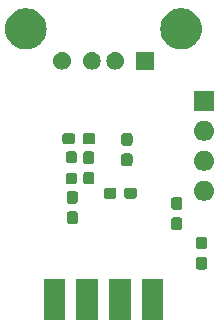
<source format=gbr>
%TF.GenerationSoftware,KiCad,Pcbnew,7.0.9*%
%TF.CreationDate,2024-03-27T20:05:08+00:00*%
%TF.ProjectId,USBHIDAdapter,55534248-4944-4416-9461-707465722e6b,rev?*%
%TF.SameCoordinates,Original*%
%TF.FileFunction,Soldermask,Bot*%
%TF.FilePolarity,Negative*%
%FSLAX46Y46*%
G04 Gerber Fmt 4.6, Leading zero omitted, Abs format (unit mm)*
G04 Created by KiCad (PCBNEW 7.0.9) date 2024-03-27 20:05:08*
%MOMM*%
%LPD*%
G01*
G04 APERTURE LIST*
G04 APERTURE END LIST*
G36*
X126943334Y-103238400D02*
G01*
X125096666Y-103238400D01*
X125096666Y-99758400D01*
X126943334Y-99758400D01*
X126943334Y-103238400D01*
G37*
G36*
X129713334Y-103238400D02*
G01*
X127866666Y-103238400D01*
X127866666Y-99758400D01*
X129713334Y-99758400D01*
X129713334Y-103238400D01*
G37*
G36*
X132483334Y-103238400D02*
G01*
X130636666Y-103238400D01*
X130636666Y-99758400D01*
X132483334Y-99758400D01*
X132483334Y-103238400D01*
G37*
G36*
X135253334Y-103238400D02*
G01*
X133406666Y-103238400D01*
X133406666Y-99758400D01*
X135253334Y-99758400D01*
X135253334Y-103238400D01*
G37*
G36*
X138723150Y-97887364D02*
G01*
X138770479Y-97892855D01*
X138786653Y-97899996D01*
X138809187Y-97904479D01*
X138833311Y-97920598D01*
X138851932Y-97928820D01*
X138864648Y-97941536D01*
X138886238Y-97955962D01*
X138900663Y-97977551D01*
X138913379Y-97990267D01*
X138921600Y-98008886D01*
X138937721Y-98033013D01*
X138942203Y-98055547D01*
X138949344Y-98071719D01*
X138954833Y-98119040D01*
X138955800Y-98123900D01*
X138955800Y-98723900D01*
X138954832Y-98728762D01*
X138949344Y-98776079D01*
X138942204Y-98792249D01*
X138937721Y-98814787D01*
X138921598Y-98838916D01*
X138913379Y-98857532D01*
X138900665Y-98870245D01*
X138886238Y-98891838D01*
X138864645Y-98906265D01*
X138851932Y-98918979D01*
X138833315Y-98927199D01*
X138809187Y-98943321D01*
X138786650Y-98947803D01*
X138770480Y-98954944D01*
X138723161Y-98960433D01*
X138718300Y-98961400D01*
X138243300Y-98961400D01*
X138238438Y-98960433D01*
X138191120Y-98954944D01*
X138174948Y-98947803D01*
X138152413Y-98943321D01*
X138128285Y-98927200D01*
X138109667Y-98918979D01*
X138096951Y-98906263D01*
X138075362Y-98891838D01*
X138060936Y-98870248D01*
X138048220Y-98857532D01*
X138039998Y-98838911D01*
X138023879Y-98814787D01*
X138019396Y-98792254D01*
X138012255Y-98776080D01*
X138006764Y-98728748D01*
X138005800Y-98723900D01*
X138005800Y-98123900D01*
X138006764Y-98119051D01*
X138012255Y-98071720D01*
X138019397Y-98055544D01*
X138023879Y-98033013D01*
X138039997Y-98008890D01*
X138048220Y-97990267D01*
X138060938Y-97977548D01*
X138075362Y-97955962D01*
X138096948Y-97941538D01*
X138109667Y-97928820D01*
X138128290Y-97920596D01*
X138152413Y-97904479D01*
X138174943Y-97899997D01*
X138191119Y-97892855D01*
X138238452Y-97887364D01*
X138243300Y-97886400D01*
X138718300Y-97886400D01*
X138723150Y-97887364D01*
G37*
G36*
X138723150Y-96162364D02*
G01*
X138770479Y-96167855D01*
X138786653Y-96174996D01*
X138809187Y-96179479D01*
X138833311Y-96195598D01*
X138851932Y-96203820D01*
X138864648Y-96216536D01*
X138886238Y-96230962D01*
X138900663Y-96252551D01*
X138913379Y-96265267D01*
X138921600Y-96283886D01*
X138937721Y-96308013D01*
X138942203Y-96330547D01*
X138949344Y-96346719D01*
X138954833Y-96394040D01*
X138955800Y-96398900D01*
X138955800Y-96998900D01*
X138954832Y-97003762D01*
X138949344Y-97051079D01*
X138942204Y-97067249D01*
X138937721Y-97089787D01*
X138921598Y-97113916D01*
X138913379Y-97132532D01*
X138900665Y-97145245D01*
X138886238Y-97166838D01*
X138864645Y-97181265D01*
X138851932Y-97193979D01*
X138833315Y-97202199D01*
X138809187Y-97218321D01*
X138786650Y-97222803D01*
X138770480Y-97229944D01*
X138723161Y-97235433D01*
X138718300Y-97236400D01*
X138243300Y-97236400D01*
X138238438Y-97235433D01*
X138191120Y-97229944D01*
X138174948Y-97222803D01*
X138152413Y-97218321D01*
X138128285Y-97202200D01*
X138109667Y-97193979D01*
X138096951Y-97181263D01*
X138075362Y-97166838D01*
X138060936Y-97145248D01*
X138048220Y-97132532D01*
X138039998Y-97113911D01*
X138023879Y-97089787D01*
X138019396Y-97067254D01*
X138012255Y-97051080D01*
X138006764Y-97003748D01*
X138005800Y-96998900D01*
X138005800Y-96398900D01*
X138006764Y-96394051D01*
X138012255Y-96346720D01*
X138019397Y-96330544D01*
X138023879Y-96308013D01*
X138039997Y-96283890D01*
X138048220Y-96265267D01*
X138060938Y-96252548D01*
X138075362Y-96230962D01*
X138096948Y-96216538D01*
X138109667Y-96203820D01*
X138128290Y-96195596D01*
X138152413Y-96179479D01*
X138174943Y-96174997D01*
X138191119Y-96167855D01*
X138238452Y-96162364D01*
X138243300Y-96161400D01*
X138718300Y-96161400D01*
X138723150Y-96162364D01*
G37*
G36*
X136614950Y-94534564D02*
G01*
X136662279Y-94540055D01*
X136678453Y-94547196D01*
X136700987Y-94551679D01*
X136725111Y-94567798D01*
X136743732Y-94576020D01*
X136756448Y-94588736D01*
X136778038Y-94603162D01*
X136792463Y-94624751D01*
X136805179Y-94637467D01*
X136813400Y-94656086D01*
X136829521Y-94680213D01*
X136834003Y-94702747D01*
X136841144Y-94718919D01*
X136846633Y-94766240D01*
X136847600Y-94771100D01*
X136847600Y-95371100D01*
X136846632Y-95375962D01*
X136841144Y-95423279D01*
X136834004Y-95439449D01*
X136829521Y-95461987D01*
X136813398Y-95486116D01*
X136805179Y-95504732D01*
X136792465Y-95517445D01*
X136778038Y-95539038D01*
X136756445Y-95553465D01*
X136743732Y-95566179D01*
X136725115Y-95574399D01*
X136700987Y-95590521D01*
X136678450Y-95595003D01*
X136662280Y-95602144D01*
X136614961Y-95607633D01*
X136610100Y-95608600D01*
X136135100Y-95608600D01*
X136130238Y-95607633D01*
X136082920Y-95602144D01*
X136066748Y-95595003D01*
X136044213Y-95590521D01*
X136020085Y-95574400D01*
X136001467Y-95566179D01*
X135988751Y-95553463D01*
X135967162Y-95539038D01*
X135952736Y-95517448D01*
X135940020Y-95504732D01*
X135931798Y-95486111D01*
X135915679Y-95461987D01*
X135911196Y-95439454D01*
X135904055Y-95423280D01*
X135898564Y-95375948D01*
X135897600Y-95371100D01*
X135897600Y-94771100D01*
X135898564Y-94766251D01*
X135904055Y-94718920D01*
X135911197Y-94702744D01*
X135915679Y-94680213D01*
X135931797Y-94656090D01*
X135940020Y-94637467D01*
X135952738Y-94624748D01*
X135967162Y-94603162D01*
X135988748Y-94588738D01*
X136001467Y-94576020D01*
X136020090Y-94567796D01*
X136044213Y-94551679D01*
X136066743Y-94547197D01*
X136082919Y-94540055D01*
X136130252Y-94534564D01*
X136135100Y-94533600D01*
X136610100Y-94533600D01*
X136614950Y-94534564D01*
G37*
G36*
X127775750Y-94026564D02*
G01*
X127823079Y-94032055D01*
X127839253Y-94039196D01*
X127861787Y-94043679D01*
X127885911Y-94059798D01*
X127904532Y-94068020D01*
X127917248Y-94080736D01*
X127938838Y-94095162D01*
X127953263Y-94116751D01*
X127965979Y-94129467D01*
X127974200Y-94148086D01*
X127990321Y-94172213D01*
X127994803Y-94194747D01*
X128001944Y-94210919D01*
X128007433Y-94258240D01*
X128008400Y-94263100D01*
X128008400Y-94863100D01*
X128007432Y-94867962D01*
X128001944Y-94915279D01*
X127994804Y-94931449D01*
X127990321Y-94953987D01*
X127974198Y-94978116D01*
X127965979Y-94996732D01*
X127953265Y-95009445D01*
X127938838Y-95031038D01*
X127917245Y-95045465D01*
X127904532Y-95058179D01*
X127885915Y-95066399D01*
X127861787Y-95082521D01*
X127839250Y-95087003D01*
X127823080Y-95094144D01*
X127775761Y-95099633D01*
X127770900Y-95100600D01*
X127295900Y-95100600D01*
X127291038Y-95099633D01*
X127243720Y-95094144D01*
X127227548Y-95087003D01*
X127205013Y-95082521D01*
X127180885Y-95066400D01*
X127162267Y-95058179D01*
X127149551Y-95045463D01*
X127127962Y-95031038D01*
X127113536Y-95009448D01*
X127100820Y-94996732D01*
X127092598Y-94978111D01*
X127076479Y-94953987D01*
X127071996Y-94931454D01*
X127064855Y-94915280D01*
X127059364Y-94867948D01*
X127058400Y-94863100D01*
X127058400Y-94263100D01*
X127059364Y-94258251D01*
X127064855Y-94210920D01*
X127071997Y-94194744D01*
X127076479Y-94172213D01*
X127092597Y-94148090D01*
X127100820Y-94129467D01*
X127113538Y-94116748D01*
X127127962Y-94095162D01*
X127149548Y-94080738D01*
X127162267Y-94068020D01*
X127180890Y-94059796D01*
X127205013Y-94043679D01*
X127227543Y-94039197D01*
X127243719Y-94032055D01*
X127291052Y-94026564D01*
X127295900Y-94025600D01*
X127770900Y-94025600D01*
X127775750Y-94026564D01*
G37*
G36*
X136614950Y-92809564D02*
G01*
X136662279Y-92815055D01*
X136678453Y-92822196D01*
X136700987Y-92826679D01*
X136725111Y-92842798D01*
X136743732Y-92851020D01*
X136756448Y-92863736D01*
X136778038Y-92878162D01*
X136792463Y-92899751D01*
X136805179Y-92912467D01*
X136813400Y-92931086D01*
X136829521Y-92955213D01*
X136834003Y-92977747D01*
X136841144Y-92993919D01*
X136846633Y-93041240D01*
X136847600Y-93046100D01*
X136847600Y-93646100D01*
X136846632Y-93650962D01*
X136841144Y-93698279D01*
X136834004Y-93714449D01*
X136829521Y-93736987D01*
X136813398Y-93761116D01*
X136805179Y-93779732D01*
X136792465Y-93792445D01*
X136778038Y-93814038D01*
X136756445Y-93828465D01*
X136743732Y-93841179D01*
X136725115Y-93849399D01*
X136700987Y-93865521D01*
X136678450Y-93870003D01*
X136662280Y-93877144D01*
X136614961Y-93882633D01*
X136610100Y-93883600D01*
X136135100Y-93883600D01*
X136130238Y-93882633D01*
X136082920Y-93877144D01*
X136066748Y-93870003D01*
X136044213Y-93865521D01*
X136020085Y-93849400D01*
X136001467Y-93841179D01*
X135988751Y-93828463D01*
X135967162Y-93814038D01*
X135952736Y-93792448D01*
X135940020Y-93779732D01*
X135931798Y-93761111D01*
X135915679Y-93736987D01*
X135911196Y-93714454D01*
X135904055Y-93698280D01*
X135898564Y-93650948D01*
X135897600Y-93646100D01*
X135897600Y-93046100D01*
X135898564Y-93041251D01*
X135904055Y-92993920D01*
X135911197Y-92977744D01*
X135915679Y-92955213D01*
X135931797Y-92931090D01*
X135940020Y-92912467D01*
X135952738Y-92899748D01*
X135967162Y-92878162D01*
X135988748Y-92863738D01*
X136001467Y-92851020D01*
X136020090Y-92842796D01*
X136044213Y-92826679D01*
X136066743Y-92822197D01*
X136082919Y-92815055D01*
X136130252Y-92809564D01*
X136135100Y-92808600D01*
X136610100Y-92808600D01*
X136614950Y-92809564D01*
G37*
G36*
X127775750Y-92301564D02*
G01*
X127823079Y-92307055D01*
X127839253Y-92314196D01*
X127861787Y-92318679D01*
X127885911Y-92334798D01*
X127904532Y-92343020D01*
X127917248Y-92355736D01*
X127938838Y-92370162D01*
X127953263Y-92391751D01*
X127965979Y-92404467D01*
X127974200Y-92423086D01*
X127990321Y-92447213D01*
X127994803Y-92469747D01*
X128001944Y-92485919D01*
X128007433Y-92533240D01*
X128008400Y-92538100D01*
X128008400Y-93138100D01*
X128007432Y-93142962D01*
X128001944Y-93190279D01*
X127994804Y-93206449D01*
X127990321Y-93228987D01*
X127974198Y-93253116D01*
X127965979Y-93271732D01*
X127953265Y-93284445D01*
X127938838Y-93306038D01*
X127917245Y-93320465D01*
X127904532Y-93333179D01*
X127885915Y-93341399D01*
X127861787Y-93357521D01*
X127839250Y-93362003D01*
X127823080Y-93369144D01*
X127775761Y-93374633D01*
X127770900Y-93375600D01*
X127295900Y-93375600D01*
X127291038Y-93374633D01*
X127243720Y-93369144D01*
X127227548Y-93362003D01*
X127205013Y-93357521D01*
X127180885Y-93341400D01*
X127162267Y-93333179D01*
X127149551Y-93320463D01*
X127127962Y-93306038D01*
X127113536Y-93284448D01*
X127100820Y-93271732D01*
X127092598Y-93253111D01*
X127076479Y-93228987D01*
X127071996Y-93206454D01*
X127064855Y-93190280D01*
X127059364Y-93142948D01*
X127058400Y-93138100D01*
X127058400Y-92538100D01*
X127059364Y-92533251D01*
X127064855Y-92485920D01*
X127071997Y-92469744D01*
X127076479Y-92447213D01*
X127092597Y-92423090D01*
X127100820Y-92404467D01*
X127113538Y-92391748D01*
X127127962Y-92370162D01*
X127149548Y-92355738D01*
X127162267Y-92343020D01*
X127180890Y-92334796D01*
X127205013Y-92318679D01*
X127227543Y-92314197D01*
X127243719Y-92307055D01*
X127291052Y-92301564D01*
X127295900Y-92300600D01*
X127770900Y-92300600D01*
X127775750Y-92301564D01*
G37*
G36*
X138946664Y-91479802D02*
G01*
X139109000Y-91552078D01*
X139252761Y-91656527D01*
X139371664Y-91788583D01*
X139460514Y-91942474D01*
X139515425Y-92111475D01*
X139534000Y-92288200D01*
X139515425Y-92464925D01*
X139460514Y-92633926D01*
X139371664Y-92787817D01*
X139252761Y-92919873D01*
X139109000Y-93024322D01*
X138946664Y-93096598D01*
X138772849Y-93133544D01*
X138595151Y-93133544D01*
X138421336Y-93096598D01*
X138259000Y-93024322D01*
X138115239Y-92919873D01*
X137996336Y-92787817D01*
X137907486Y-92633926D01*
X137852575Y-92464925D01*
X137834000Y-92288200D01*
X137852575Y-92111475D01*
X137907486Y-91942474D01*
X137996336Y-91788583D01*
X138115239Y-91656527D01*
X138259000Y-91552078D01*
X138421336Y-91479802D01*
X138595151Y-91442856D01*
X138772849Y-91442856D01*
X138946664Y-91479802D01*
G37*
G36*
X131039750Y-92007364D02*
G01*
X131087079Y-92012855D01*
X131103253Y-92019996D01*
X131125787Y-92024479D01*
X131149911Y-92040598D01*
X131168532Y-92048820D01*
X131181248Y-92061536D01*
X131202838Y-92075962D01*
X131217263Y-92097551D01*
X131229979Y-92110267D01*
X131238200Y-92128886D01*
X131254321Y-92153013D01*
X131258803Y-92175547D01*
X131265944Y-92191719D01*
X131271433Y-92239040D01*
X131272400Y-92243900D01*
X131272400Y-92718900D01*
X131271432Y-92723762D01*
X131265944Y-92771079D01*
X131258804Y-92787249D01*
X131254321Y-92809787D01*
X131238198Y-92833916D01*
X131229979Y-92852532D01*
X131217265Y-92865245D01*
X131202838Y-92886838D01*
X131181245Y-92901265D01*
X131168532Y-92913979D01*
X131149915Y-92922199D01*
X131125787Y-92938321D01*
X131103250Y-92942803D01*
X131087080Y-92949944D01*
X131039761Y-92955433D01*
X131034900Y-92956400D01*
X130434900Y-92956400D01*
X130430038Y-92955433D01*
X130382720Y-92949944D01*
X130366548Y-92942803D01*
X130344013Y-92938321D01*
X130319885Y-92922200D01*
X130301267Y-92913979D01*
X130288551Y-92901263D01*
X130266962Y-92886838D01*
X130252536Y-92865248D01*
X130239820Y-92852532D01*
X130231598Y-92833911D01*
X130215479Y-92809787D01*
X130210996Y-92787254D01*
X130203855Y-92771080D01*
X130198364Y-92723748D01*
X130197400Y-92718900D01*
X130197400Y-92243900D01*
X130198364Y-92239051D01*
X130203855Y-92191720D01*
X130210997Y-92175544D01*
X130215479Y-92153013D01*
X130231597Y-92128890D01*
X130239820Y-92110267D01*
X130252538Y-92097548D01*
X130266962Y-92075962D01*
X130288548Y-92061538D01*
X130301267Y-92048820D01*
X130319890Y-92040596D01*
X130344013Y-92024479D01*
X130366543Y-92019997D01*
X130382719Y-92012855D01*
X130430052Y-92007364D01*
X130434900Y-92006400D01*
X131034900Y-92006400D01*
X131039750Y-92007364D01*
G37*
G36*
X132764750Y-92007364D02*
G01*
X132812079Y-92012855D01*
X132828253Y-92019996D01*
X132850787Y-92024479D01*
X132874911Y-92040598D01*
X132893532Y-92048820D01*
X132906248Y-92061536D01*
X132927838Y-92075962D01*
X132942263Y-92097551D01*
X132954979Y-92110267D01*
X132963200Y-92128886D01*
X132979321Y-92153013D01*
X132983803Y-92175547D01*
X132990944Y-92191719D01*
X132996433Y-92239040D01*
X132997400Y-92243900D01*
X132997400Y-92718900D01*
X132996432Y-92723762D01*
X132990944Y-92771079D01*
X132983804Y-92787249D01*
X132979321Y-92809787D01*
X132963198Y-92833916D01*
X132954979Y-92852532D01*
X132942265Y-92865245D01*
X132927838Y-92886838D01*
X132906245Y-92901265D01*
X132893532Y-92913979D01*
X132874915Y-92922199D01*
X132850787Y-92938321D01*
X132828250Y-92942803D01*
X132812080Y-92949944D01*
X132764761Y-92955433D01*
X132759900Y-92956400D01*
X132159900Y-92956400D01*
X132155038Y-92955433D01*
X132107720Y-92949944D01*
X132091548Y-92942803D01*
X132069013Y-92938321D01*
X132044885Y-92922200D01*
X132026267Y-92913979D01*
X132013551Y-92901263D01*
X131991962Y-92886838D01*
X131977536Y-92865248D01*
X131964820Y-92852532D01*
X131956598Y-92833911D01*
X131940479Y-92809787D01*
X131935996Y-92787254D01*
X131928855Y-92771080D01*
X131923364Y-92723748D01*
X131922400Y-92718900D01*
X131922400Y-92243900D01*
X131923364Y-92239051D01*
X131928855Y-92191720D01*
X131935997Y-92175544D01*
X131940479Y-92153013D01*
X131956597Y-92128890D01*
X131964820Y-92110267D01*
X131977538Y-92097548D01*
X131991962Y-92075962D01*
X132013548Y-92061538D01*
X132026267Y-92048820D01*
X132044890Y-92040596D01*
X132069013Y-92024479D01*
X132091543Y-92019997D01*
X132107719Y-92012855D01*
X132155052Y-92007364D01*
X132159900Y-92006400D01*
X132759900Y-92006400D01*
X132764750Y-92007364D01*
G37*
G36*
X127699550Y-90773764D02*
G01*
X127746879Y-90779255D01*
X127763053Y-90786396D01*
X127785587Y-90790879D01*
X127809711Y-90806998D01*
X127828332Y-90815220D01*
X127841048Y-90827936D01*
X127862638Y-90842362D01*
X127877063Y-90863951D01*
X127889779Y-90876667D01*
X127898000Y-90895286D01*
X127914121Y-90919413D01*
X127918603Y-90941947D01*
X127925744Y-90958119D01*
X127931233Y-91005440D01*
X127932200Y-91010300D01*
X127932200Y-91510300D01*
X127931232Y-91515162D01*
X127925744Y-91562479D01*
X127918604Y-91578649D01*
X127914121Y-91601187D01*
X127897998Y-91625316D01*
X127889779Y-91643932D01*
X127877065Y-91656645D01*
X127862638Y-91678238D01*
X127841045Y-91692665D01*
X127828332Y-91705379D01*
X127809715Y-91713599D01*
X127785587Y-91729721D01*
X127763050Y-91734203D01*
X127746880Y-91741344D01*
X127699561Y-91746833D01*
X127694700Y-91747800D01*
X127219700Y-91747800D01*
X127214838Y-91746833D01*
X127167520Y-91741344D01*
X127151348Y-91734203D01*
X127128813Y-91729721D01*
X127104685Y-91713600D01*
X127086067Y-91705379D01*
X127073351Y-91692663D01*
X127051762Y-91678238D01*
X127037336Y-91656648D01*
X127024620Y-91643932D01*
X127016398Y-91625311D01*
X127000279Y-91601187D01*
X126995796Y-91578654D01*
X126988655Y-91562480D01*
X126983164Y-91515148D01*
X126982200Y-91510300D01*
X126982200Y-91010300D01*
X126983164Y-91005451D01*
X126988655Y-90958120D01*
X126995797Y-90941944D01*
X127000279Y-90919413D01*
X127016397Y-90895290D01*
X127024620Y-90876667D01*
X127037338Y-90863948D01*
X127051762Y-90842362D01*
X127073348Y-90827938D01*
X127086067Y-90815220D01*
X127104690Y-90806996D01*
X127128813Y-90790879D01*
X127151343Y-90786397D01*
X127167519Y-90779255D01*
X127214852Y-90773764D01*
X127219700Y-90772800D01*
X127694700Y-90772800D01*
X127699550Y-90773764D01*
G37*
G36*
X129172750Y-90673764D02*
G01*
X129220079Y-90679255D01*
X129236253Y-90686396D01*
X129258787Y-90690879D01*
X129282911Y-90706998D01*
X129301532Y-90715220D01*
X129314248Y-90727936D01*
X129335838Y-90742362D01*
X129350263Y-90763951D01*
X129362979Y-90776667D01*
X129371200Y-90795286D01*
X129387321Y-90819413D01*
X129391803Y-90841947D01*
X129398944Y-90858119D01*
X129404433Y-90905440D01*
X129405400Y-90910300D01*
X129405400Y-91510300D01*
X129404432Y-91515162D01*
X129398944Y-91562479D01*
X129391804Y-91578649D01*
X129387321Y-91601187D01*
X129371198Y-91625316D01*
X129362979Y-91643932D01*
X129350265Y-91656645D01*
X129335838Y-91678238D01*
X129314245Y-91692665D01*
X129301532Y-91705379D01*
X129282915Y-91713599D01*
X129258787Y-91729721D01*
X129236250Y-91734203D01*
X129220080Y-91741344D01*
X129172761Y-91746833D01*
X129167900Y-91747800D01*
X128692900Y-91747800D01*
X128688038Y-91746833D01*
X128640720Y-91741344D01*
X128624548Y-91734203D01*
X128602013Y-91729721D01*
X128577885Y-91713600D01*
X128559267Y-91705379D01*
X128546551Y-91692663D01*
X128524962Y-91678238D01*
X128510536Y-91656648D01*
X128497820Y-91643932D01*
X128489598Y-91625311D01*
X128473479Y-91601187D01*
X128468996Y-91578654D01*
X128461855Y-91562480D01*
X128456364Y-91515148D01*
X128455400Y-91510300D01*
X128455400Y-90910300D01*
X128456364Y-90905451D01*
X128461855Y-90858120D01*
X128468997Y-90841944D01*
X128473479Y-90819413D01*
X128489597Y-90795290D01*
X128497820Y-90776667D01*
X128510538Y-90763948D01*
X128524962Y-90742362D01*
X128546548Y-90727938D01*
X128559267Y-90715220D01*
X128577890Y-90706996D01*
X128602013Y-90690879D01*
X128624543Y-90686397D01*
X128640719Y-90679255D01*
X128688052Y-90673764D01*
X128692900Y-90672800D01*
X129167900Y-90672800D01*
X129172750Y-90673764D01*
G37*
G36*
X138946664Y-88939802D02*
G01*
X139109000Y-89012078D01*
X139252761Y-89116527D01*
X139371664Y-89248583D01*
X139460514Y-89402474D01*
X139515425Y-89571475D01*
X139534000Y-89748200D01*
X139515425Y-89924925D01*
X139460514Y-90093926D01*
X139371664Y-90247817D01*
X139252761Y-90379873D01*
X139109000Y-90484322D01*
X138946664Y-90556598D01*
X138772849Y-90593544D01*
X138595151Y-90593544D01*
X138421336Y-90556598D01*
X138259000Y-90484322D01*
X138115239Y-90379873D01*
X137996336Y-90247817D01*
X137907486Y-90093926D01*
X137852575Y-89924925D01*
X137834000Y-89748200D01*
X137852575Y-89571475D01*
X137907486Y-89402474D01*
X137996336Y-89248583D01*
X138115239Y-89116527D01*
X138259000Y-89012078D01*
X138421336Y-88939802D01*
X138595151Y-88902856D01*
X138772849Y-88902856D01*
X138946664Y-88939802D01*
G37*
G36*
X132398550Y-89124364D02*
G01*
X132445879Y-89129855D01*
X132462053Y-89136996D01*
X132484587Y-89141479D01*
X132508711Y-89157598D01*
X132527332Y-89165820D01*
X132540048Y-89178536D01*
X132561638Y-89192962D01*
X132576063Y-89214551D01*
X132588779Y-89227267D01*
X132597000Y-89245886D01*
X132613121Y-89270013D01*
X132617603Y-89292547D01*
X132624744Y-89308719D01*
X132630233Y-89356040D01*
X132631200Y-89360900D01*
X132631200Y-89960900D01*
X132630232Y-89965762D01*
X132624744Y-90013079D01*
X132617604Y-90029249D01*
X132613121Y-90051787D01*
X132596998Y-90075916D01*
X132588779Y-90094532D01*
X132576065Y-90107245D01*
X132561638Y-90128838D01*
X132540045Y-90143265D01*
X132527332Y-90155979D01*
X132508715Y-90164199D01*
X132484587Y-90180321D01*
X132462050Y-90184803D01*
X132445880Y-90191944D01*
X132398561Y-90197433D01*
X132393700Y-90198400D01*
X131918700Y-90198400D01*
X131913838Y-90197433D01*
X131866520Y-90191944D01*
X131850348Y-90184803D01*
X131827813Y-90180321D01*
X131803685Y-90164200D01*
X131785067Y-90155979D01*
X131772351Y-90143263D01*
X131750762Y-90128838D01*
X131736336Y-90107248D01*
X131723620Y-90094532D01*
X131715398Y-90075911D01*
X131699279Y-90051787D01*
X131694796Y-90029254D01*
X131687655Y-90013080D01*
X131682164Y-89965748D01*
X131681200Y-89960900D01*
X131681200Y-89360900D01*
X131682164Y-89356051D01*
X131687655Y-89308720D01*
X131694797Y-89292544D01*
X131699279Y-89270013D01*
X131715397Y-89245890D01*
X131723620Y-89227267D01*
X131736338Y-89214548D01*
X131750762Y-89192962D01*
X131772348Y-89178538D01*
X131785067Y-89165820D01*
X131803690Y-89157596D01*
X131827813Y-89141479D01*
X131850343Y-89136997D01*
X131866519Y-89129855D01*
X131913852Y-89124364D01*
X131918700Y-89123400D01*
X132393700Y-89123400D01*
X132398550Y-89124364D01*
G37*
G36*
X129172750Y-88948764D02*
G01*
X129220079Y-88954255D01*
X129236253Y-88961396D01*
X129258787Y-88965879D01*
X129282911Y-88981998D01*
X129301532Y-88990220D01*
X129314248Y-89002936D01*
X129335838Y-89017362D01*
X129350263Y-89038951D01*
X129362979Y-89051667D01*
X129371200Y-89070286D01*
X129387321Y-89094413D01*
X129391803Y-89116947D01*
X129398944Y-89133119D01*
X129404433Y-89180440D01*
X129405400Y-89185300D01*
X129405400Y-89785300D01*
X129404432Y-89790162D01*
X129398944Y-89837479D01*
X129391804Y-89853649D01*
X129387321Y-89876187D01*
X129371198Y-89900316D01*
X129362979Y-89918932D01*
X129350265Y-89931645D01*
X129335838Y-89953238D01*
X129314245Y-89967665D01*
X129301532Y-89980379D01*
X129282915Y-89988599D01*
X129258787Y-90004721D01*
X129236250Y-90009203D01*
X129220080Y-90016344D01*
X129172761Y-90021833D01*
X129167900Y-90022800D01*
X128692900Y-90022800D01*
X128688038Y-90021833D01*
X128640720Y-90016344D01*
X128624548Y-90009203D01*
X128602013Y-90004721D01*
X128577885Y-89988600D01*
X128559267Y-89980379D01*
X128546551Y-89967663D01*
X128524962Y-89953238D01*
X128510536Y-89931648D01*
X128497820Y-89918932D01*
X128489598Y-89900311D01*
X128473479Y-89876187D01*
X128468996Y-89853654D01*
X128461855Y-89837480D01*
X128456364Y-89790148D01*
X128455400Y-89785300D01*
X128455400Y-89185300D01*
X128456364Y-89180451D01*
X128461855Y-89133120D01*
X128468997Y-89116944D01*
X128473479Y-89094413D01*
X128489597Y-89070290D01*
X128497820Y-89051667D01*
X128510538Y-89038948D01*
X128524962Y-89017362D01*
X128546548Y-89002938D01*
X128559267Y-88990220D01*
X128577890Y-88981996D01*
X128602013Y-88965879D01*
X128624543Y-88961397D01*
X128640719Y-88954255D01*
X128688052Y-88948764D01*
X128692900Y-88947800D01*
X129167900Y-88947800D01*
X129172750Y-88948764D01*
G37*
G36*
X127699550Y-88948764D02*
G01*
X127746879Y-88954255D01*
X127763053Y-88961396D01*
X127785587Y-88965879D01*
X127809711Y-88981998D01*
X127828332Y-88990220D01*
X127841048Y-89002936D01*
X127862638Y-89017362D01*
X127877063Y-89038951D01*
X127889779Y-89051667D01*
X127898000Y-89070286D01*
X127914121Y-89094413D01*
X127918603Y-89116947D01*
X127925744Y-89133119D01*
X127931233Y-89180440D01*
X127932200Y-89185300D01*
X127932200Y-89685300D01*
X127931232Y-89690162D01*
X127925744Y-89737479D01*
X127918604Y-89753649D01*
X127914121Y-89776187D01*
X127897998Y-89800316D01*
X127889779Y-89818932D01*
X127877065Y-89831645D01*
X127862638Y-89853238D01*
X127841045Y-89867665D01*
X127828332Y-89880379D01*
X127809715Y-89888599D01*
X127785587Y-89904721D01*
X127763050Y-89909203D01*
X127746880Y-89916344D01*
X127699561Y-89921833D01*
X127694700Y-89922800D01*
X127219700Y-89922800D01*
X127214838Y-89921833D01*
X127167520Y-89916344D01*
X127151348Y-89909203D01*
X127128813Y-89904721D01*
X127104685Y-89888600D01*
X127086067Y-89880379D01*
X127073351Y-89867663D01*
X127051762Y-89853238D01*
X127037336Y-89831648D01*
X127024620Y-89818932D01*
X127016398Y-89800311D01*
X127000279Y-89776187D01*
X126995796Y-89753654D01*
X126988655Y-89737480D01*
X126983164Y-89690148D01*
X126982200Y-89685300D01*
X126982200Y-89185300D01*
X126983164Y-89180451D01*
X126988655Y-89133120D01*
X126995797Y-89116944D01*
X127000279Y-89094413D01*
X127016397Y-89070290D01*
X127024620Y-89051667D01*
X127037338Y-89038948D01*
X127051762Y-89017362D01*
X127073348Y-89002938D01*
X127086067Y-88990220D01*
X127104690Y-88981996D01*
X127128813Y-88965879D01*
X127151343Y-88961397D01*
X127167519Y-88954255D01*
X127214852Y-88948764D01*
X127219700Y-88947800D01*
X127694700Y-88947800D01*
X127699550Y-88948764D01*
G37*
G36*
X132398550Y-87399364D02*
G01*
X132445879Y-87404855D01*
X132462053Y-87411996D01*
X132484587Y-87416479D01*
X132508711Y-87432598D01*
X132527332Y-87440820D01*
X132540048Y-87453536D01*
X132561638Y-87467962D01*
X132576063Y-87489551D01*
X132588779Y-87502267D01*
X132597000Y-87520886D01*
X132613121Y-87545013D01*
X132617603Y-87567547D01*
X132624744Y-87583719D01*
X132630233Y-87631040D01*
X132631200Y-87635900D01*
X132631200Y-88235900D01*
X132630232Y-88240762D01*
X132624744Y-88288079D01*
X132617604Y-88304249D01*
X132613121Y-88326787D01*
X132596998Y-88350916D01*
X132588779Y-88369532D01*
X132576065Y-88382245D01*
X132561638Y-88403838D01*
X132540045Y-88418265D01*
X132527332Y-88430979D01*
X132508715Y-88439199D01*
X132484587Y-88455321D01*
X132462050Y-88459803D01*
X132445880Y-88466944D01*
X132398561Y-88472433D01*
X132393700Y-88473400D01*
X131918700Y-88473400D01*
X131913838Y-88472433D01*
X131866520Y-88466944D01*
X131850348Y-88459803D01*
X131827813Y-88455321D01*
X131803685Y-88439200D01*
X131785067Y-88430979D01*
X131772351Y-88418263D01*
X131750762Y-88403838D01*
X131736336Y-88382248D01*
X131723620Y-88369532D01*
X131715398Y-88350911D01*
X131699279Y-88326787D01*
X131694796Y-88304254D01*
X131687655Y-88288080D01*
X131682164Y-88240748D01*
X131681200Y-88235900D01*
X131681200Y-87635900D01*
X131682164Y-87631051D01*
X131687655Y-87583720D01*
X131694797Y-87567544D01*
X131699279Y-87545013D01*
X131715397Y-87520890D01*
X131723620Y-87502267D01*
X131736338Y-87489548D01*
X131750762Y-87467962D01*
X131772348Y-87453538D01*
X131785067Y-87440820D01*
X131803690Y-87432596D01*
X131827813Y-87416479D01*
X131850343Y-87411997D01*
X131866519Y-87404855D01*
X131913852Y-87399364D01*
X131918700Y-87398400D01*
X132393700Y-87398400D01*
X132398550Y-87399364D01*
G37*
G36*
X127534550Y-87409964D02*
G01*
X127581879Y-87415455D01*
X127598053Y-87422596D01*
X127620587Y-87427079D01*
X127644711Y-87443198D01*
X127663332Y-87451420D01*
X127676048Y-87464136D01*
X127697638Y-87478562D01*
X127712063Y-87500151D01*
X127724779Y-87512867D01*
X127733000Y-87531486D01*
X127749121Y-87555613D01*
X127753603Y-87578147D01*
X127760744Y-87594319D01*
X127766233Y-87641640D01*
X127767200Y-87646500D01*
X127767200Y-88121500D01*
X127766232Y-88126362D01*
X127760744Y-88173679D01*
X127753604Y-88189849D01*
X127749121Y-88212387D01*
X127732998Y-88236516D01*
X127724779Y-88255132D01*
X127712065Y-88267845D01*
X127697638Y-88289438D01*
X127676045Y-88303865D01*
X127663332Y-88316579D01*
X127644715Y-88324799D01*
X127620587Y-88340921D01*
X127598050Y-88345403D01*
X127581880Y-88352544D01*
X127534561Y-88358033D01*
X127529700Y-88359000D01*
X126929700Y-88359000D01*
X126924838Y-88358033D01*
X126877520Y-88352544D01*
X126861348Y-88345403D01*
X126838813Y-88340921D01*
X126814685Y-88324800D01*
X126796067Y-88316579D01*
X126783351Y-88303863D01*
X126761762Y-88289438D01*
X126747336Y-88267848D01*
X126734620Y-88255132D01*
X126726398Y-88236511D01*
X126710279Y-88212387D01*
X126705796Y-88189854D01*
X126698655Y-88173680D01*
X126693164Y-88126348D01*
X126692200Y-88121500D01*
X126692200Y-87646500D01*
X126693164Y-87641651D01*
X126698655Y-87594320D01*
X126705797Y-87578144D01*
X126710279Y-87555613D01*
X126726397Y-87531490D01*
X126734620Y-87512867D01*
X126747338Y-87500148D01*
X126761762Y-87478562D01*
X126783348Y-87464138D01*
X126796067Y-87451420D01*
X126814690Y-87443196D01*
X126838813Y-87427079D01*
X126861343Y-87422597D01*
X126877519Y-87415455D01*
X126924852Y-87409964D01*
X126929700Y-87409000D01*
X127529700Y-87409000D01*
X127534550Y-87409964D01*
G37*
G36*
X129259550Y-87409964D02*
G01*
X129306879Y-87415455D01*
X129323053Y-87422596D01*
X129345587Y-87427079D01*
X129369711Y-87443198D01*
X129388332Y-87451420D01*
X129401048Y-87464136D01*
X129422638Y-87478562D01*
X129437063Y-87500151D01*
X129449779Y-87512867D01*
X129458000Y-87531486D01*
X129474121Y-87555613D01*
X129478603Y-87578147D01*
X129485744Y-87594319D01*
X129491233Y-87641640D01*
X129492200Y-87646500D01*
X129492200Y-88121500D01*
X129491232Y-88126362D01*
X129485744Y-88173679D01*
X129478604Y-88189849D01*
X129474121Y-88212387D01*
X129457998Y-88236516D01*
X129449779Y-88255132D01*
X129437065Y-88267845D01*
X129422638Y-88289438D01*
X129401045Y-88303865D01*
X129388332Y-88316579D01*
X129369715Y-88324799D01*
X129345587Y-88340921D01*
X129323050Y-88345403D01*
X129306880Y-88352544D01*
X129259561Y-88358033D01*
X129254700Y-88359000D01*
X128654700Y-88359000D01*
X128649838Y-88358033D01*
X128602520Y-88352544D01*
X128586348Y-88345403D01*
X128563813Y-88340921D01*
X128539685Y-88324800D01*
X128521067Y-88316579D01*
X128508351Y-88303863D01*
X128486762Y-88289438D01*
X128472336Y-88267848D01*
X128459620Y-88255132D01*
X128451398Y-88236511D01*
X128435279Y-88212387D01*
X128430796Y-88189854D01*
X128423655Y-88173680D01*
X128418164Y-88126348D01*
X128417200Y-88121500D01*
X128417200Y-87646500D01*
X128418164Y-87641651D01*
X128423655Y-87594320D01*
X128430797Y-87578144D01*
X128435279Y-87555613D01*
X128451397Y-87531490D01*
X128459620Y-87512867D01*
X128472338Y-87500148D01*
X128486762Y-87478562D01*
X128508348Y-87464138D01*
X128521067Y-87451420D01*
X128539690Y-87443196D01*
X128563813Y-87427079D01*
X128586343Y-87422597D01*
X128602519Y-87415455D01*
X128649852Y-87409964D01*
X128654700Y-87409000D01*
X129254700Y-87409000D01*
X129259550Y-87409964D01*
G37*
G36*
X138946664Y-86399802D02*
G01*
X139109000Y-86472078D01*
X139252761Y-86576527D01*
X139371664Y-86708583D01*
X139460514Y-86862474D01*
X139515425Y-87031475D01*
X139534000Y-87208200D01*
X139515425Y-87384925D01*
X139460514Y-87553926D01*
X139371664Y-87707817D01*
X139252761Y-87839873D01*
X139109000Y-87944322D01*
X138946664Y-88016598D01*
X138772849Y-88053544D01*
X138595151Y-88053544D01*
X138421336Y-88016598D01*
X138259000Y-87944322D01*
X138115239Y-87839873D01*
X137996336Y-87707817D01*
X137907486Y-87553926D01*
X137852575Y-87384925D01*
X137834000Y-87208200D01*
X137852575Y-87031475D01*
X137907486Y-86862474D01*
X137996336Y-86708583D01*
X138115239Y-86576527D01*
X138259000Y-86472078D01*
X138421336Y-86399802D01*
X138595151Y-86362856D01*
X138772849Y-86362856D01*
X138946664Y-86399802D01*
G37*
G36*
X139534000Y-85518200D02*
G01*
X137834000Y-85518200D01*
X137834000Y-83818200D01*
X139534000Y-83818200D01*
X139534000Y-85518200D01*
G37*
G36*
X126844561Y-80524205D02*
G01*
X127005619Y-80580562D01*
X127150099Y-80671344D01*
X127270756Y-80792001D01*
X127361538Y-80936481D01*
X127417895Y-81097539D01*
X127437000Y-81267100D01*
X127417895Y-81436661D01*
X127361538Y-81597719D01*
X127270756Y-81742199D01*
X127150099Y-81862856D01*
X127005619Y-81953638D01*
X126844561Y-82009995D01*
X126675000Y-82029100D01*
X126505439Y-82009995D01*
X126344381Y-81953638D01*
X126199901Y-81862856D01*
X126079244Y-81742199D01*
X125988462Y-81597719D01*
X125932105Y-81436661D01*
X125913000Y-81267100D01*
X125932105Y-81097539D01*
X125988462Y-80936481D01*
X126079244Y-80792001D01*
X126199901Y-80671344D01*
X126344381Y-80580562D01*
X126505439Y-80524205D01*
X126675000Y-80505100D01*
X126844561Y-80524205D01*
G37*
G36*
X129344561Y-80524205D02*
G01*
X129505619Y-80580562D01*
X129650099Y-80671344D01*
X129770756Y-80792001D01*
X129861538Y-80936481D01*
X129917895Y-81097539D01*
X129937000Y-81267100D01*
X129917895Y-81436661D01*
X129861538Y-81597719D01*
X129770756Y-81742199D01*
X129650099Y-81862856D01*
X129505619Y-81953638D01*
X129344561Y-82009995D01*
X129175000Y-82029100D01*
X129005439Y-82009995D01*
X128844381Y-81953638D01*
X128699901Y-81862856D01*
X128579244Y-81742199D01*
X128488462Y-81597719D01*
X128432105Y-81436661D01*
X128413000Y-81267100D01*
X128432105Y-81097539D01*
X128488462Y-80936481D01*
X128579244Y-80792001D01*
X128699901Y-80671344D01*
X128844381Y-80580562D01*
X129005439Y-80524205D01*
X129175000Y-80505100D01*
X129344561Y-80524205D01*
G37*
G36*
X131344561Y-80524205D02*
G01*
X131505619Y-80580562D01*
X131650099Y-80671344D01*
X131770756Y-80792001D01*
X131861538Y-80936481D01*
X131917895Y-81097539D01*
X131937000Y-81267100D01*
X131917895Y-81436661D01*
X131861538Y-81597719D01*
X131770756Y-81742199D01*
X131650099Y-81862856D01*
X131505619Y-81953638D01*
X131344561Y-82009995D01*
X131175000Y-82029100D01*
X131005439Y-82009995D01*
X130844381Y-81953638D01*
X130699901Y-81862856D01*
X130579244Y-81742199D01*
X130488462Y-81597719D01*
X130432105Y-81436661D01*
X130413000Y-81267100D01*
X130432105Y-81097539D01*
X130488462Y-80936481D01*
X130579244Y-80792001D01*
X130699901Y-80671344D01*
X130844381Y-80580562D01*
X131005439Y-80524205D01*
X131175000Y-80505100D01*
X131344561Y-80524205D01*
G37*
G36*
X134437000Y-82029100D02*
G01*
X132913000Y-82029100D01*
X132913000Y-80505100D01*
X134437000Y-80505100D01*
X134437000Y-82029100D01*
G37*
G36*
X123994412Y-76850976D02*
G01*
X124244347Y-76928071D01*
X124480000Y-77041556D01*
X124696107Y-77188895D01*
X124887841Y-77366798D01*
X125050918Y-77571290D01*
X125181696Y-77797803D01*
X125277252Y-78041278D01*
X125335454Y-78296276D01*
X125355000Y-78557100D01*
X125335454Y-78817924D01*
X125277252Y-79072922D01*
X125181696Y-79316397D01*
X125050918Y-79542910D01*
X124887841Y-79747402D01*
X124696107Y-79925305D01*
X124480000Y-80072644D01*
X124244347Y-80186129D01*
X123994412Y-80263224D01*
X123735778Y-80302207D01*
X123474222Y-80302207D01*
X123215588Y-80263224D01*
X122965653Y-80186129D01*
X122730000Y-80072644D01*
X122513893Y-79925305D01*
X122322159Y-79747402D01*
X122159082Y-79542910D01*
X122028304Y-79316397D01*
X121932748Y-79072922D01*
X121874546Y-78817924D01*
X121855000Y-78557100D01*
X121874546Y-78296276D01*
X121932748Y-78041278D01*
X122028304Y-77797803D01*
X122159082Y-77571290D01*
X122322159Y-77366798D01*
X122513893Y-77188895D01*
X122730000Y-77041556D01*
X122965653Y-76928071D01*
X123215588Y-76850976D01*
X123474222Y-76811993D01*
X123735778Y-76811993D01*
X123994412Y-76850976D01*
G37*
G36*
X137134412Y-76850976D02*
G01*
X137384347Y-76928071D01*
X137620000Y-77041556D01*
X137836107Y-77188895D01*
X138027841Y-77366798D01*
X138190918Y-77571290D01*
X138321696Y-77797803D01*
X138417252Y-78041278D01*
X138475454Y-78296276D01*
X138495000Y-78557100D01*
X138475454Y-78817924D01*
X138417252Y-79072922D01*
X138321696Y-79316397D01*
X138190918Y-79542910D01*
X138027841Y-79747402D01*
X137836107Y-79925305D01*
X137620000Y-80072644D01*
X137384347Y-80186129D01*
X137134412Y-80263224D01*
X136875778Y-80302207D01*
X136614222Y-80302207D01*
X136355588Y-80263224D01*
X136105653Y-80186129D01*
X135870000Y-80072644D01*
X135653893Y-79925305D01*
X135462159Y-79747402D01*
X135299082Y-79542910D01*
X135168304Y-79316397D01*
X135072748Y-79072922D01*
X135014546Y-78817924D01*
X134995000Y-78557100D01*
X135014546Y-78296276D01*
X135072748Y-78041278D01*
X135168304Y-77797803D01*
X135299082Y-77571290D01*
X135462159Y-77366798D01*
X135653893Y-77188895D01*
X135870000Y-77041556D01*
X136105653Y-76928071D01*
X136355588Y-76850976D01*
X136614222Y-76811993D01*
X136875778Y-76811993D01*
X137134412Y-76850976D01*
G37*
M02*

</source>
